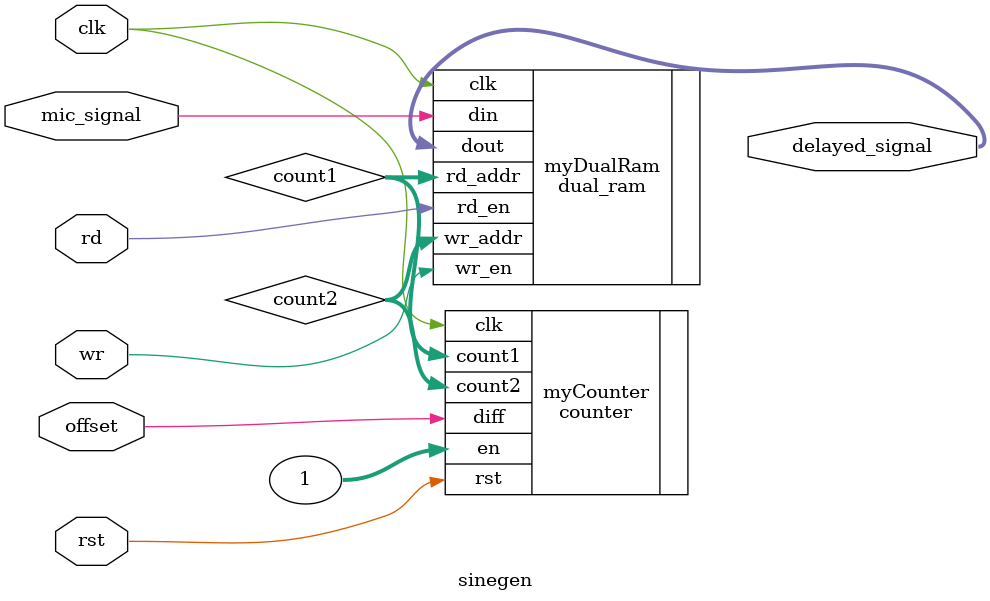
<source format=sv>
module sinegen #(
  parameter WIDTH = 8
)(
  input logic clk,
  input logic rst,
  input logic wr,
  input logic rd,
  input logic offset,
  input logic mic_signal,
  output logic [WIDTH-1:0] delayed_signal
);

  logic [WIDTH-1:0] count1;
  logic [WIDTH-1:0] count2;

counter myCounter (
  .clk (clk),
  .rst (rst),
  .en (1),
  .diff (offset),
  .count1 (count1),
  .count2 (count2)
);

dual_ram myDualRam (
  .clk (clk),
  .wr_en (wr),
  .rd_en (rd),
  .wr_addr (count2),
  .rd_addr (count1),
  .din (mic_signal),
  .dout (delayed_signal)
);

endmodule

</source>
